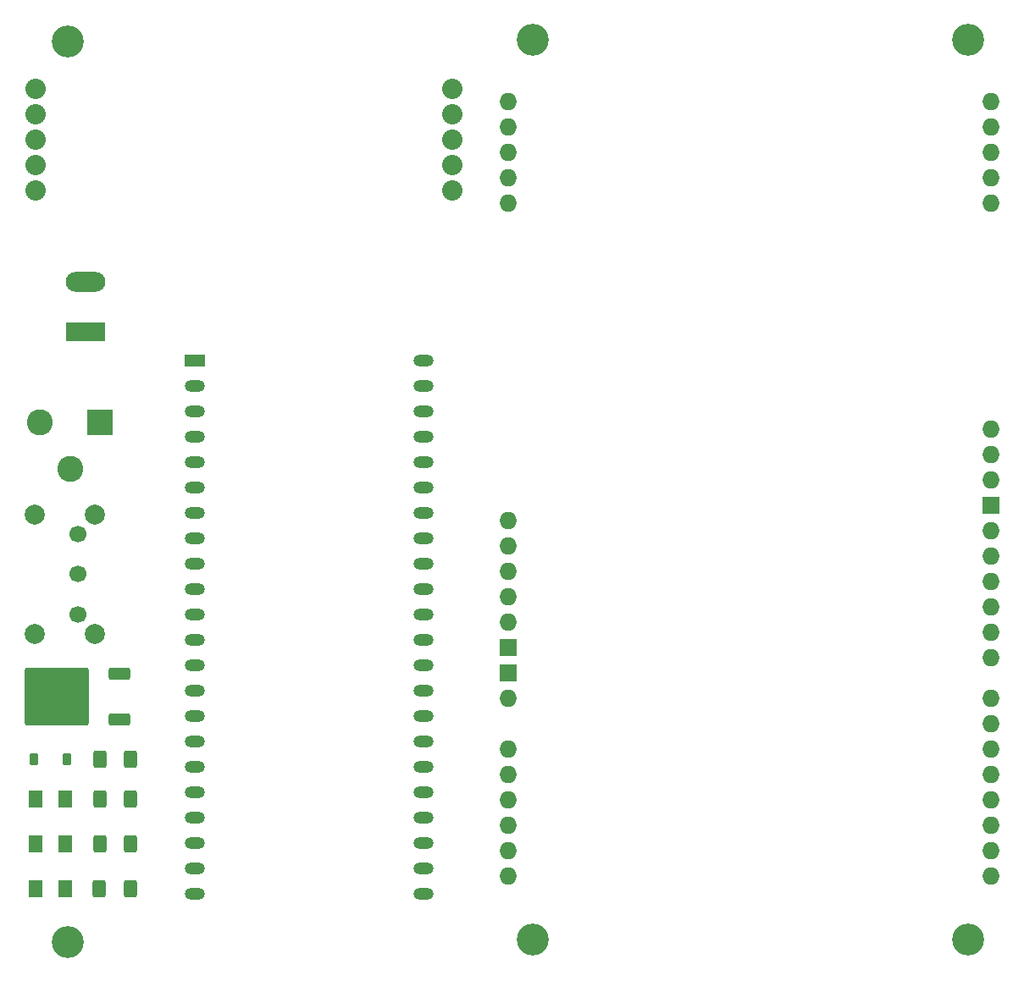
<source format=gts>
%TF.GenerationSoftware,KiCad,Pcbnew,8.0.0*%
%TF.CreationDate,2024-04-03T20:24:24-04:00*%
%TF.ProjectId,myBaseBoardDesign,6d794261-7365-4426-9f61-726444657369,rev?*%
%TF.SameCoordinates,Original*%
%TF.FileFunction,Soldermask,Top*%
%TF.FilePolarity,Negative*%
%FSLAX46Y46*%
G04 Gerber Fmt 4.6, Leading zero omitted, Abs format (unit mm)*
G04 Created by KiCad (PCBNEW 8.0.0) date 2024-04-03 20:24:24*
%MOMM*%
%LPD*%
G01*
G04 APERTURE LIST*
G04 Aperture macros list*
%AMRoundRect*
0 Rectangle with rounded corners*
0 $1 Rounding radius*
0 $2 $3 $4 $5 $6 $7 $8 $9 X,Y pos of 4 corners*
0 Add a 4 corners polygon primitive as box body*
4,1,4,$2,$3,$4,$5,$6,$7,$8,$9,$2,$3,0*
0 Add four circle primitives for the rounded corners*
1,1,$1+$1,$2,$3*
1,1,$1+$1,$4,$5*
1,1,$1+$1,$6,$7*
1,1,$1+$1,$8,$9*
0 Add four rect primitives between the rounded corners*
20,1,$1+$1,$2,$3,$4,$5,0*
20,1,$1+$1,$4,$5,$6,$7,0*
20,1,$1+$1,$6,$7,$8,$9,0*
20,1,$1+$1,$8,$9,$2,$3,0*%
G04 Aperture macros list end*
%ADD10RoundRect,0.250000X-0.400000X-0.625000X0.400000X-0.625000X0.400000X0.625000X-0.400000X0.625000X0*%
%ADD11R,3.960000X1.980000*%
%ADD12O,3.960000X1.980000*%
%ADD13RoundRect,0.250001X-0.462499X-0.624999X0.462499X-0.624999X0.462499X0.624999X-0.462499X0.624999X0*%
%ADD14RoundRect,0.250000X0.400000X0.625000X-0.400000X0.625000X-0.400000X-0.625000X0.400000X-0.625000X0*%
%ADD15RoundRect,0.225000X-0.225000X-0.375000X0.225000X-0.375000X0.225000X0.375000X-0.225000X0.375000X0*%
%ADD16C,2.000000*%
%ADD17C,1.700000*%
%ADD18C,3.200000*%
%ADD19O,1.727200X1.727200*%
%ADD20R,1.727200X1.727200*%
%ADD21C,2.032000*%
%ADD22RoundRect,0.250000X0.850000X0.350000X-0.850000X0.350000X-0.850000X-0.350000X0.850000X-0.350000X0*%
%ADD23RoundRect,0.249997X2.950003X2.650003X-2.950003X2.650003X-2.950003X-2.650003X2.950003X-2.650003X0*%
%ADD24R,2.000000X1.200000*%
%ADD25O,2.000000X1.200000*%
%ADD26R,2.600000X2.600000*%
%ADD27C,2.600000*%
G04 APERTURE END LIST*
D10*
%TO.C,R3*%
X80950000Y-136000000D03*
X84050000Y-136000000D03*
%TD*%
D11*
%TO.C,J4*%
X79500000Y-84765000D03*
D12*
X79500000Y-79765000D03*
%TD*%
D13*
%TO.C,D3*%
X74512500Y-136000000D03*
X77487500Y-136000000D03*
%TD*%
D14*
%TO.C,R4*%
X84000000Y-140500000D03*
X80900000Y-140500000D03*
%TD*%
D13*
%TO.C,D4*%
X74512500Y-140500000D03*
X77487500Y-140500000D03*
%TD*%
D10*
%TO.C,R1*%
X80950000Y-127500000D03*
X84050000Y-127500000D03*
%TD*%
D15*
%TO.C,D1*%
X74372500Y-127477500D03*
X77672500Y-127477500D03*
%TD*%
D10*
%TO.C,R2*%
X80950000Y-131500000D03*
X84050000Y-131500000D03*
%TD*%
D16*
%TO.C,SW1*%
X80500000Y-103000000D03*
X74500000Y-103000000D03*
X80500000Y-115000000D03*
X74500000Y-115000000D03*
D17*
X78750000Y-105000000D03*
X78750000Y-109000000D03*
X78750000Y-113000000D03*
%TD*%
D18*
%TO.C,J1*%
X77750000Y-55690000D03*
X77750000Y-145750000D03*
X124250000Y-55500000D03*
X124250000Y-145500000D03*
X167750000Y-55500000D03*
X167750000Y-145500000D03*
D19*
X121790000Y-61680000D03*
X121790000Y-139150000D03*
X170050000Y-134070000D03*
X170050000Y-131530000D03*
X170050000Y-128990000D03*
X170050000Y-126450000D03*
X170050000Y-123910000D03*
X170050000Y-121370000D03*
X170050000Y-117306000D03*
X170050000Y-114766000D03*
X170050000Y-112226000D03*
X170050000Y-109686000D03*
X170050000Y-107146000D03*
X170050000Y-104606000D03*
X121790000Y-126450000D03*
X121790000Y-128990000D03*
X121790000Y-131530000D03*
X121790000Y-134070000D03*
X121790000Y-136610000D03*
X170050000Y-69300000D03*
X121790000Y-121370000D03*
D20*
X121790000Y-118830000D03*
X121790000Y-116290000D03*
D19*
X121790000Y-113750000D03*
X121790000Y-111210000D03*
X121790000Y-108670000D03*
X121790000Y-106130000D03*
X121790000Y-103590000D03*
D20*
X170050000Y-102066000D03*
D19*
X170050000Y-99526000D03*
X121790000Y-71840000D03*
X121790000Y-69300000D03*
X121790000Y-66760000D03*
X121790000Y-64220000D03*
X170050000Y-64220000D03*
X170050000Y-139150000D03*
X170050000Y-136610000D03*
X170050000Y-61680000D03*
X170050000Y-66760000D03*
X170050000Y-71840000D03*
X170050000Y-96986000D03*
X170050000Y-94446000D03*
D21*
X74550000Y-60460000D03*
X74550000Y-63000000D03*
X74550000Y-65540000D03*
X74550000Y-68080000D03*
X74550000Y-70620000D03*
X116165000Y-70620000D03*
X116165000Y-68080000D03*
X116165000Y-65540000D03*
X116165000Y-63000000D03*
X116165000Y-60460000D03*
%TD*%
D22*
%TO.C,Q2*%
X82925000Y-123500000D03*
D23*
X76625000Y-121220000D03*
D22*
X82925000Y-118940000D03*
%TD*%
D13*
%TO.C,D2*%
X74512500Y-131500000D03*
X77487500Y-131500000D03*
%TD*%
D24*
%TO.C,U1*%
X90500000Y-87640000D03*
D25*
X90500000Y-90180000D03*
X90500000Y-92720000D03*
X90500000Y-95260000D03*
X90500000Y-97800000D03*
X90500000Y-100340000D03*
X90500000Y-102880000D03*
X90500000Y-105420000D03*
X90500000Y-107960000D03*
X90500000Y-110500000D03*
X90500000Y-113040000D03*
X90500000Y-115580000D03*
X90500000Y-118120000D03*
X90500000Y-120660000D03*
X90500000Y-123200000D03*
X90500000Y-125740000D03*
X90500000Y-128280000D03*
X90500000Y-130820000D03*
X90500000Y-133360000D03*
X90496320Y-135897280D03*
X90496320Y-138437280D03*
X90496320Y-140977280D03*
X113360000Y-140980000D03*
X113360000Y-138440000D03*
X113360000Y-135900000D03*
X113360000Y-133360000D03*
X113360000Y-130820000D03*
X113360000Y-128280000D03*
X113360000Y-125740000D03*
X113360000Y-123200000D03*
X113360000Y-120660000D03*
X113360000Y-118120000D03*
X113360000Y-115580000D03*
X113360000Y-113040000D03*
X113360000Y-110500000D03*
X113360000Y-107960000D03*
X113360000Y-105420000D03*
X113360000Y-102880000D03*
X113360000Y-100340000D03*
X113360000Y-97800000D03*
X113360000Y-95260000D03*
X113360000Y-92720000D03*
X113360000Y-90180000D03*
X113360000Y-87640000D03*
%TD*%
D26*
%TO.C,J2*%
X81000000Y-93800000D03*
D27*
X75000000Y-93800000D03*
X78000000Y-98500000D03*
%TD*%
M02*

</source>
